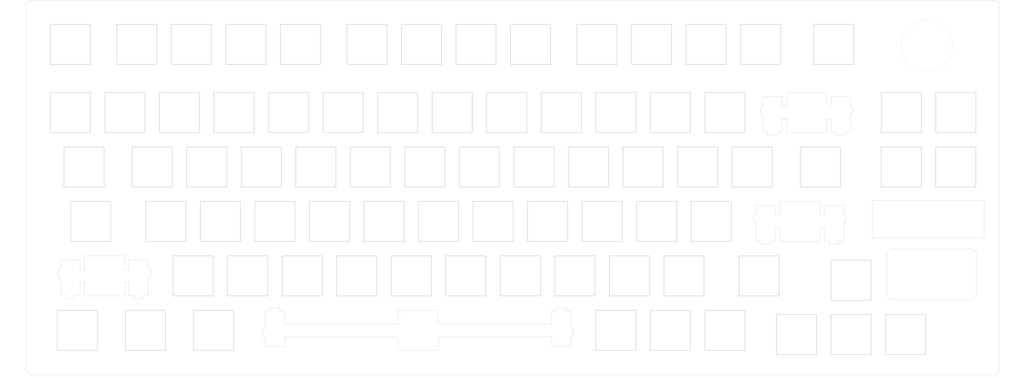
<source format=kicad_pcb>
(kicad_pcb (version 20221018) (generator pcbnew)
  (layers (0 "F.Cu" signal) (31 "B.Cu" signal) (34 "B.Paste" user) (35 "F.Paste" user) (36 "B.SilkS" user "B.Silkscreen") (37 "F.SilkS" user "F.Silkscreen") (38 "B.Mask" user) (39 "F.Mask" user) (44 "Edge.Cuts" user))
  (net 0 "")
  (footprint "" (layer "F.Cu") (at 237.9275 40.188)
    (fp_text reference "" (at 0 0) (layer "F.SilkS") (effects (font (size 1.27 1.27))))
    (fp_text value "" (at 0 0) (layer "F.SilkS") (effects (font (size 1.27 1.27))))
    (pad "" np_thru_hole circle (at 0 0) (size 2.2 2.2) (drill 2.2) (layers "F&B.Cu" "*.Mask"))
  )
  (footprint "MountingHole:MountingHole_2.2mm_M2_ISO7380" (layer "F.Cu") (at 237.9345 166.463)
    (fp_text reference "" (at 0 -2.75) (layer "F.SilkS"))
    (fp_text value "MountingHole_2.2mm_M2_ISO7380")
    (pad "" np_thru_hole circle (at 0 0) (size 2.2 2.2) (drill 2.2) (layers "F&B.Cu" "*.Mask"))
  )
  (footprint "MountingHole:MountingHole_2.2mm_M2_ISO7380" (layer "F.Cu") (at 304.2675 166.463)
    (fp_text reference "" hide)
    (fp_text value "MountingHole_2.2mm_M2_ISO7380")
    (pad "" np_thru_hole circle (at 0 0) (size 2.2 2.2) (drill 2.2) (layers "F&B.Cu" "*.Mask"))
  )
  (footprint "" (layer "F.Cu") (at 105.2615 40.188)
    (fp_text reference "" (at 0 0) (layer "F.SilkS") (effects (font (size 1.27 1.27))))
    (fp_text value "" (at 0 0) (layer "F.SilkS") (effects (font (size 1.27 1.27))))
    (pad "" np_thru_hole circle (at 0 0) (size 2.2 2.2) (drill 2.2) (layers "F&B.Cu" "*.Mask"))
  )
  (footprint "" (layer "F.Cu") (at 304.2605 40.188)
    (fp_text reference "" (at 0 0) (layer "F.SilkS") (effects (font (size 1.27 1.27))))
    (fp_text value "" (at 0 0) (layer "F.SilkS") (effects (font (size 1.27 1.27))))
    (pad "" np_thru_hole circle (at 0 0) (size 2.2 2.2) (drill 2.2) (layers "F&B.Cu" "*.Mask"))
  )
  (footprint "" (layer "F.Cu") (at 38.9285 40.188)
    (fp_text reference "" (at 0 0) (layer "F.SilkS") (effects (font (size 1.27 1.27))))
    (fp_text value "" (at 0 0) (layer "F.SilkS") (effects (font (size 1.27 1.27))))
    (pad "" np_thru_hole circle (at 0 0) (size 2.2 2.2) (drill 2.2) (layers "F&B.Cu" "*.Mask"))
  )
  (footprint "MountingHole:MountingHole_2.2mm_M2_ISO7380" (layer "F.Cu") (at 105.2685 166.463)
    (fp_text reference "" (at 0 -2.75) (layer "F.SilkS"))
    (fp_text value "MountingHole_2.2mm_M2_ISO7380")
    (pad "" np_thru_hole circle (at 0 0) (size 2.2 2.2) (drill 2.2) (layers "F&B.Cu" "*.Mask"))
  )
  (footprint "MountingHole:MountingHole_2.2mm_M2_ISO7380" (layer "F.Cu") (at 370.6005 166.463)
    (fp_text reference "" (at 0 -2.75) (layer "F.SilkS"))
    (fp_text value "MountingHole_2.2mm_M2_ISO7380")
    (pad "" np_thru_hole circle (at 0 0) (size 2.2 2.2) (drill 2.2) (layers "F&B.Cu" "*.Mask"))
  )
  (footprint "MountingHole:MountingHole_2.2mm_M2_ISO7380" (layer "F.Cu") (at 38.9355 166.463)
    (fp_text reference "REF**" hide)
    (fp_text value "MountingHole_2.2mm_M2_ISO7380")
    (pad "" np_thru_hole circle (at 0 0) (size 2.2 2.2) (drill 2.2) (layers "F&B.Cu" "*.Mask"))
  )
  (footprint "" (layer "F.Cu") (at 171.5945 40.188)
    (fp_text reference "" (at 0 0) (layer "F.SilkS") (effects (font (size 1.27 1.27))))
    (fp_text value "" (at 0 0) (layer "F.SilkS") (effects (font (size 1.27 1.27))))
    (pad "" np_thru_hole circle (at 0 0) (size 2.2 2.2) (drill 2.2) (layers "F&B.Cu" "*.Mask"))
  )
  (footprint "" (layer "F.Cu") (at 370.5935 40.188)
    (fp_text reference "" (at 0 0) (layer "F.SilkS") (effects (font (size 1.27 1.27))))
    (fp_text value "" (at 0 0) (layer "F.SilkS") (effects (font (size 1.27 1.27))))
    (pad "" np_thru_hole circle (at 0 0) (size 2.2 2.2) (drill 2.2) (layers "F&B.Cu" "*.Mask"))
  )
  (footprint "MountingHole:MountingHole_2.2mm_M2_ISO7380" (layer "F.Cu") (at 171.6015 166.463)
    (fp_text reference "" (at 0 -2.75) (layer "F.SilkS"))
    (fp_text value "MountingHole_2.2mm_M2_ISO7380")
    (pad "" np_thru_hole circle (at 0 0) (size 2.2 2.2) (drill 2.2) (layers "F&B.Cu" "*.Mask"))
  )
  (gr_line (start 320.577001 112.923) (end 320.577001 109.6928) (stroke (width 0.1)) (layer "Edge.Cuts"))
  (gr_line (start 125.33 146.55367) (end 123.605 146.55367) (stroke (width 0.1)) (layer "Edge.Cuts"))
  (gr_line (start 322.961001 77.6198) (end 323.787001 77.6198) (stroke (width 0.1)) (layer "Edge.Cuts"))
  (gr_line (start 290.028001 115.7218) (end 290.028001 121.9918) (stroke (width 0.1)) (layer "Edge.Cuts"))
  (gr_line (start 47.143001 134.7718) (end 47.143001 141.0418) (stroke (width 0.1)) (layer "Edge.Cuts"))
  (gr_line (start 123.605 145.3534) (end 120.304 145.3534) (stroke (width 0.1)) (layer "Edge.Cuts"))
  (gr_rect (start 333.721 70.123) (end 347.721 84.123) (stroke (width 0.2)) (fill none) (layer "Edge.Cuts"))
  (gr_rect (start 284.033 127.282) (end 298.033 141.282) (stroke (width 0.2)) (fill none) (layer "Edge.Cuts"))
  (gr_line (start 337.7025 142.6) (end 364.9475 142.6) (stroke (width 0.1)) (layer "Edge.Cuts"))
  (gr_line (start 312.302 108.2226) (end 298.302001 108.2226) (stroke (width 0.1)) (layer "Edge.Cuts"))
  (gr_rect (start 335.249 147.816) (end 349.249 161.816) (stroke (width 0.2)) (fill none) (layer "Edge.Cuts"))
  (gr_line (start 118.579 146.55367) (end 118.579 152.82374) (stroke (width 0.1)) (layer "Edge.Cuts"))
  (gr_line (start 218.5789 155.6225) (end 218.5789 158.8527) (stroke (width 0.1)) (layer "Edge.Cuts"))
  (gr_line (start 372.9555 168.833) (end 36.9555 168.833) (stroke (width 0.1)) (layer "Edge.Cuts"))
  (gr_line (start 52.167001 142.2421) (end 52.167001 141.0418) (stroke (width 0.1)) (layer "Edge.Cuts"))
  (gr_line (start 290.028001 112.923) (end 289.202001 112.923) (stroke (width 0.1)) (layer "Edge.Cuts"))
  (gr_line (start 118.579 155.6225) (end 118.579 158.8527) (stroke (width 0.1)) (layer "Edge.Cuts"))
  (gr_line (start 290.028001 121.9918) (end 291.753001 121.9918) (stroke (width 0.1)) (layer "Edge.Cuts"))
  (gr_line (start 55.417001 141.272) (end 69.417 141.272) (stroke (width 0.1)) (layer "Edge.Cuts"))
  (gr_rect (start 62.572 70.105) (end 76.572 84.105) (stroke (width 0.2)) (fill none) (layer "Edge.Cuts"))
  (gr_line (start 225.33 158.8527) (end 225.33 155.6225) (stroke (width 0.1)) (layer "Edge.Cuts"))
  (gr_arc (start 337.7025 142.6) (mid 336.288286 142.014214) (end 335.7025 140.6) (stroke (width 0.1)) (layer "Edge.Cuts"))
  (gr_line (start 53.893001 128.7428) (end 47.143001 128.7428) (stroke (width 0.1)) (layer "Edge.Cuts"))
  (gr_rect (start 305.463 89.179) (end 319.463 103.179) (stroke (width 0.2)) (fill none) (layer "Edge.Cuts"))
  (gr_line (start 164.954 146.32354) (end 164.954 151.02263) (stroke (width 0.1)) (layer "Edge.Cuts"))
  (gr_arc (start 335.7025 126.813) (mid 336.288286 125.398786) (end 337.7025 124.813) (stroke (width 0.1)) (layer "Edge.Cuts"))
  (gr_line (start 46.317001 131.973) (end 46.317001 134.7718) (stroke (width 0.1)) (layer "Edge.Cuts"))
  (gr_line (start 77.692001 134.7718) (end 78.518001 134.7718) (stroke (width 0.1)) (layer "Edge.Cuts"))
  (gr_rect (start 257.822 127.265) (end 271.822 141.265) (stroke (width 0.2)) (fill none) (layer "Edge.Cuts"))
  (gr_rect (start 238.772 127.265) (end 252.772 141.265) (stroke (width 0.2)) (fill none) (layer "Edge.Cuts"))
  (gr_rect (start 248.303 108.243) (end 262.303 122.243) (stroke (width 0.2)) (fill none) (layer "Edge.Cuts"))
  (gr_rect (start 166.141 46.332) (end 180.141 60.332) (stroke (width 0.2)) (fill none) (layer "Edge.Cuts"))
  (gr_line (start 313.828001 112.923) (end 312.302 112.923) (stroke (width 0.1)) (layer "Edge.Cuts"))
  (gr_line (start 296.778001 109.6928) (end 290.028001 109.6928) (stroke (width 0.1)) (layer "Edge.Cuts"))
  (gr_line (start 299.162001 83.8898) (end 299.162001 79.4209) (stroke (width 0.1)) (layer "Edge.Cuts"))
  (gr_line (start 77.692001 141.0418) (end 77.692001 134.7718) (stroke (width 0.1)) (layer "Edge.Cuts"))
  (gr_line (start 294.137001 83.8898) (end 294.137001 85.0901) (stroke (width 0.1)) (layer "Edge.Cuts"))
  (gr_line (start 78.518001 134.7718) (end 78.518001 131.973) (stroke (width 0.1)) (layer "Edge.Cuts"))
  (gr_rect (start 262.59 89.174) (end 276.59 103.174) (stroke (width 0.2)) (fill none) (layer "Edge.Cuts"))
  (gr_rect (start 272.105 146.337) (end 286.105 160.337) (stroke (width 0.2)) (fill none) (layer "Edge.Cuts"))
  (gr_line (start 120.304 146.55367) (end 118.579 146.55367) (stroke (width 0.1)) (layer "Edge.Cuts"))
  (gr_rect (start 162.572 127.265) (end 176.572 141.265) (stroke (width 0.2)) (fill none) (layer "Edge.Cuts"))
  (gr_rect (start 76.853 108.243) (end 90.853 122.243) (stroke (width 0.2)) (fill none) (layer "Edge.Cuts"))
  (gr_line (start 125.33 155.6225) (end 164.954 155.6225) (stroke (width 0.1)) (layer "Edge.Cuts"))
  (gr_line (start 289.202001 112.923) (end 289.202001 115.7218) (stroke (width 0.1)) (layer "Edge.Cuts"))
  (gr_rect (start 129.24 89.174) (end 143.24 103.174) (stroke (width 0.2)) (fill none) (layer "Edge.Cuts"))
  (gr_line (start 316.212001 71.5908) (end 316.212001 74.821) (stroke (width 0.1)) (layer "Edge.Cuts"))
  (gr_line (start 290.028001 109.6928) (end 290.028001 112.923) (stroke (width 0.1)) (layer "Edge.Cuts"))
  (gr_line (start 295.052001 123.1921) (end 295.052001 121.9918) (stroke (width 0.1)) (layer "Edge.Cuts"))
  (gr_rect (start 316.2 147.817) (end 330.2 161.817) (stroke (width 0.2)) (fill none) (layer "Edge.Cuts"))
  (gr_line (start 69.417 127.2726) (end 55.417001 127.2726) (stroke (width 0.1)) (layer "Edge.Cuts"))
  (gr_line (start 315.553001 121.9918) (end 315.553001 123.1921) (stroke (width 0.1)) (layer "Edge.Cuts"))
  (gr_line (start 226.1541 155.6225) (end 226.1541 152.82374) (stroke (width 0.1)) (layer "Edge.Cuts"))
  (gr_rect (start 219.722 127.265) (end 233.722 141.265) (stroke (width 0.2)) (fill none) (layer "Edge.Cuts"))
  (gr_line (start 296.778001 112.923) (end 296.778001 109.6928) (stroke (width 0.1)) (layer "Edge.Cuts"))
  (gr_rect (start 119.722 70.105) (end 133.722 84.105) (stroke (width 0.2)) (fill none) (layer "Edge.Cuts"))
  (gr_rect (start 246.502 46.345) (end 260.502 60.345) (stroke (width 0.2)) (fill none) (layer "Edge.Cuts"))
  (gr_rect (start 316.199 128.781) (end 330.199 142.781) (stroke (width 0.2)) (fill none) (layer "Edge.Cuts"))
  (gr_arc (start 366.9475 140.6) (mid 366.361714 142.014214) (end 364.9475 142.6) (stroke (width 0.1)) (layer "Edge.Cuts"))
  (gr_line (start 48.868001 142.2421) (end 52.167001 142.2421) (stroke (width 0.1)) (layer "Edge.Cuts"))
  (gr_line (start 291.586001 77.6198) (end 292.412001 77.6198) (stroke (width 0.1)) (layer "Edge.Cuts"))
  (gr_rect (start 153.053 108.243) (end 167.053 122.243) (stroke (width 0.2)) (fill none) (layer "Edge.Cuts"))
  (gr_line (start 313.828001 117.5229) (end 313.828001 121.9918) (stroke (width 0.1)) (layer "Edge.Cuts"))
  (gr_rect (start 66.716 46.351) (end 80.716 60.351) (stroke (width 0.2)) (fill none) (layer "Edge.Cuts"))
  (gr_line (start 322.961001 71.5908) (end 316.212001 71.5908) (stroke (width 0.1)) (layer "Edge.Cuts"))
  (gr_line (start 318.852001 123.1921) (end 318.852001 121.9918) (stroke (width 0.1)) (layer "Edge.Cuts"))
  (gr_line (start 70.943001 141.0418) (end 72.668001 141.0418) (stroke (width 0.1)) (layer "Edge.Cuts"))
  (gr_line (start 292.412001 71.5908) (end 292.412001 74.821) (stroke (width 0.1)) (layer "Edge.Cuts"))
  (gr_line (start 164.954 160.323) (end 178.955 160.323) (stroke (width 0.1)) (layer "Edge.Cuts"))
  (gr_line (start 369.632 107.857) (end 369.632 120.957) (stroke (width 0.1)) (layer "Edge.Cuts"))
  (gr_line (start 69.417 131.973) (end 69.417 127.2726) (stroke (width 0.1)) (layer "Edge.Cuts"))
  (gr_line (start 118.579 152.82374) (end 117.755 152.82374) (stroke (width 0.1)) (layer "Edge.Cuts"))
  (gr_line (start 53.893001 131.973) (end 53.893001 128.7428) (stroke (width 0.1)) (layer "Edge.Cuts"))
  (gr_line (start 312.302 122.222) (end 312.302 117.5229) (stroke (width 0.1)) (layer "Edge.Cuts"))
  (gr_line (start 314.686 74.821) (end 314.686 70.1206) (stroke (width 0.1)) (layer "Edge.Cuts"))
  (gr_line (start 291.586001 74.821) (end 291.586001 77.6198) (stroke (width 0.1)) (layer "Edge.Cuts"))
  (gr_rect (start 148.29 89.174) (end 162.29 103.174) (stroke (width 0.2)) (fill none) (layer "Edge.Cuts"))
  (gr_line (start 317.937001 83.8898) (end 317.937001 85.0901) (stroke (width 0.1)) (layer "Edge.Cuts"))
  (gr_line (start 225.33 152.82374) (end 225.33 146.55367) (stroke (width 0.1)) (layer "Edge.Cuts"))
  (gr_line (start 369.632 120.957) (end 330.655 120.957) (stroke (width 0.1)) (layer "Edge.Cuts"))
  (gr_line (start 164.954 155.6225) (end 164.954 160.323) (stroke (width 0.1)) (layer "Edge.Cuts"))
  (gr_line (start 317.937001 85.0901) (end 321.236001 85.0901) (stroke (width 0.1)) (layer "Edge.Cuts"))
  (gr_rect (start 195.922 70.105) (end 209.922 84.105) (stroke (width 0.2)) (fill none) (layer "Edge.Cuts"))
  (gr_rect (start 110.19 89.174) (end 124.19 103.174) (stroke (width 0.2)) (fill none) (layer "Edge.Cuts"))
  (gr_line (start 223.605 146.55367) (end 223.605 145.3534) (stroke (width 0.1)) (layer "Edge.Cuts"))
  (gr_line (start 47.143001 131.973) (end 46.317001 131.973) (stroke (width 0.1)) (layer "Edge.Cuts"))
  (gr_line (start 69.417 136.5729) (end 70.943001 136.5729) (stroke (width 0.1)) (layer "Edge.Cuts"))
  (gr_line (start 77.692001 128.7428) (end 70.943001 128.7428) (stroke (width 0.1)) (layer "Edge.Cuts"))
  (gr_rect (start 229.253 108.243) (end 243.253 122.243) (stroke (width 0.2)) (fill none) (layer "Edge.Cuts"))
  (gr_line (start 299.162001 71.5908) (end 292.412001 71.5908) (stroke (width 0.1)) (layer "Edge.Cuts"))
  (gr_line (start 117.755 155.6225) (end 118.579 155.6225) (stroke (width 0.1)) (layer "Edge.Cuts"))
  (gr_line (start 220.3044 146.55367) (end 218.5789 146.55367) (stroke (width 0.1)) (layer "Edge.Cuts"))
  (gr_line (start 178.955 155.6225) (end 218.5789 155.6225) (stroke (width 0.1)) (layer "Edge.Cuts"))
  (gr_line (start 314.686 84.12) (end 314.686 79.4209) (stroke (width 0.1)) (layer "Edge.Cuts"))
  (gr_line (start 295.052001 121.9918) (end 296.778001 121.9918) (stroke (width 0.1)) (layer "Edge.Cuts"))
  (gr_line (start 178.955 146.32354) (end 164.954 146.32354) (stroke (width 0.1)) (layer "Edge.Cuts"))
  (gr_line (start 78.518001 131.973) (end 77.692001 131.973) (stroke (width 0.1)) (layer "Edge.Cuts"))
  (gr_rect (start 134.003 108.243) (end 148.003 122.243) (stroke (width 0.2)) (fill none) (layer "Edge.Cuts"))
  (gr_rect (start 297.141 147.823) (end 311.141 161.823) (stroke (width 0.2)) (fill none) (layer "Edge.Cuts"))
  (gr_line (start 299.162001 74.821) (end 299.162001 71.5908) (stroke (width 0.1)) (layer "Edge.Cuts"))
  (gr_arc (start 364.9475 124.813) (mid 366.361714 125.398786) (end 366.9475 126.813) (stroke (width 0.1)) (layer "Edge.Cuts"))
  (gr_line (start 330.655 107.857) (end 369.632 107.857) (stroke (width 0.1)) (layer "Edge.Cuts"))
  (gr_rect (start 186.39 89.174) (end 200.39 103.174) (stroke (width 0.2)) (fill none) (layer "Edge.Cuts"))
  (gr_line (start 300.686001 70.1206) (end 300.686001 74.821) (stroke (width 0.1)) (layer "Edge.Cuts"))
  (gr_rect (start 114.953 108.243) (end 128.953 122.243) (stroke (width 0.2)) (fill none) (layer "Edge.Cuts"))
  (gr_line (start 125.33 151.02263) (end 125.33 146.55367) (stroke (width 0.1)) (layer "Edge.Cuts"))
  (gr_line (start 320.577001 121.9918) (end 320.577001 115.7218) (stroke (width 0.1)) (layer "Edge.Cuts"))
  (gr_line (start 323.787001 77.6198) (end 323.787001 74.821) (stroke (width 0.1)) (layer "Edge.Cuts"))
  (gr_rect (start 104.816 46.351) (end 118.816 60.351) (stroke (width 0.2)) (fill none) (layer "Edge.Cuts"))
  (gr_rect (start 91.14 89.174) (end 105.14 103.174) (stroke (width 0.2)) (fill none) (layer "Edge.Cuts"))
  (gr_line (start 374.9555 39.833) (end 374.9555 166.833) (stroke (width 0.1)) (layer "Edge.Cuts"))
  (gr_arc (start 36.9555 168.833) (mid 35.541286 168.247214) (end 34.9555 166.833) (stroke (width 0.1)) (layer "Edge.Cuts"))
  (gr_line (start 220.3044 145.3534) (end 220.3044 146.55367) (stroke (width 0.1)) (layer "Edge.Cuts"))
  (gr_rect (start 43.47 46.343) (end 57.47 60.343) (stroke (width 0.2)) (fill none) (layer "Edge.Cuts"))
  (gr_rect (start 124.472 127.265) (end 138.472 141.265) (stroke (width 0.2)) (fill none) (layer "Edge.Cuts"))
  (gr_line (start 297.436001 83.8898) (end 299.162001 83.8898) (stroke (width 0.1)) (layer "Edge.Cuts"))
  (gr_line (start 53.893001 136.5729) (end 55.417001 136.5729) (stroke (width 0.1)) (layer "Edge.Cuts"))
  (gr_line (start 292.412001 74.821) (end 291.586001 74.821) (stroke (width 0.1)) (layer "Edge.Cuts"))
  (gr_line (start 292.412001 83.8898) (end 294.137001 83.8898) (stroke (width 0.1)) (layer "Edge.Cuts"))
  (gr_rect (start 93.522 146.327) (end 107.522 160.327) (stroke (width 0.2)) (fill none) (layer "Edge.Cuts"))
  (gr_rect (start 333.711 89.176) (end 347.711 103.176) (stroke (width 0.2)) (fill none) (layer "Edge.Cuts"))
  (gr_rect (start 123.866 46.351) (end 137.866 60.351) (stroke (width 0.2)) (fill none) (layer "Edge.Cuts"))
  (gr_line (start 298.302001 117.5229) (end 298.302001 122.222) (stroke (width 0.1)) (layer "Edge.Cuts"))
  (gr_line (start 120.304 145.3534) (end 120.304 146.55367) (stroke (width 0.1)) (layer "Edge.Cuts"))
  (gr_line (start 300.686001 79.4209) (end 300.686001 84.12) (stroke (width 0.1)) (layer "Edge.Cuts"))
  (gr_rect (start 85.766 46.351) (end 99.766 60.351) (stroke (width 0.2)) (fill none) (layer "Edge.Cuts"))
  (gr_line (start 291.753001 121.9918) (end 291.753001 123.1921) (stroke (width 0.1)) (layer "Edge.Cuts"))
  (gr_circle (center 349.66 53.914) (end 356.024 60.278) (stroke (width 0.05)) (fill none) (layer "Edge.Cuts"))
  (gr_line (start 226.1541 152.82374) (end 225.33 152.82374) (stroke (width 0.1)) (layer "Edge.Cuts"))
  (gr_rect (start 210.203 108.243) (end 224.203 122.243) (stroke (width 0.2)) (fill none) (layer "Edge.Cuts"))
  (gr_line (start 312.302 112.923) (end 312.302 108.2226) (stroke (width 0.1)) (layer "Edge.Cuts"))
  (gr_line (start 289.202001 115.7218) (end 290.028001 115.7218) (stroke (width 0.1)) (layer "Edge.Cuts"))
  (gr_rect (start 265.552 46.345) (end 279.552 60.345) (stroke (width 0.2)) (fill none) (layer "Edge.Cuts"))
  (gr_line (start 320.577001 109.6928) (end 313.828001 109.6928) (stroke (width 0.1)) (layer "Edge.Cuts"))
  (gr_line (start 70.943001 136.5729) (end 70.943001 141.0418) (stroke (width 0.1)) (layer "Edge.Cuts"))
  (gr_line (start 55.417001 136.5729) (end 55.417001 141.272) (stroke (width 0.1)) (layer "Edge.Cuts"))
  (gr_line (start 178.955 160.323) (end 178.955 155.6225) (stroke (width 0.1)) (layer "Edge.Cuts"))
  (gr_line (start 321.403001 115.7218) (end 321.403001 112.923) (stroke (width 0.1)) (layer "Edge.Cuts"))
  (gr_line (start 321.236001 83.8898) (end 322.961001 83.8898) (stroke (width 0.1)) (layer "Edge.Cuts"))
  (gr_line (start 36.9555 37.833) (end 372.9555 37.833) (stroke (width 0.1)) (layer "Edge.Cuts"))
  (gr_line (start 291.753001 123.1921) (end 295.052001 123.1921) (stroke (width 0.1)) (layer "Edge.Cuts"))
  (gr_rect (start 234.005 146.337) (end 248.005 160.337) (stroke (width 0.2)) (fill none) (layer "Edge.Cuts"))
  (gr_rect (start 272.122 70.105) (end 286.122 84.105) (stroke (width 0.2)) (fill none) (layer "Edge.Cuts"))
  (gr_arc (start 34.9555 39.833) (mid 35.541286 38.418786) (end 36.9555 37.833) (stroke (width 0.1)) (layer "Edge.Cuts"))
  (gr_rect (start 143.522 127.265) (end 157.522 141.265) (stroke (width 0.2)) (fill none) (layer "Edge.Cuts"))
  (gr_line (start 320.577001 115.7218) (end 321.403001 115.7218) (stroke (width 0.1)) (layer "Edge.Cuts"))
  (gr_arc (start 374.9555 166.833) (mid 374.369714 168.247214) (end 372.9555 168.833) (stroke (width 0.1)) (layer "Edge.Cuts"))
  (gr_rect (start 204.241 46.332) (end 218.241 60.332) (stroke (width 0.2)) (fill none) (layer "Edge.Cuts"))
  (gr_line (start 321.403001 112.923) (end 320.577001 112.923) (stroke (width 0.1)) (layer "Edge.Cuts"))
  (gr_line (start 292.412001 77.6198) (end 292.412001 83.8898) (stroke (width 0.1)) (layer "Edge.Cuts"))
  (gr_line (start 218.5789 146.55367) (end 218.5789 151.02263) (stroke (width 0.1)) (layer "Edge.Cuts"))
  (gr_line (start 46.317001 134.7718) (end 47.143001 134.7718) (stroke (width 0.1)) (layer "Edge.Cuts"))
  (gr_rect (start 224.49 89.174) (end 238.49 103.174) (stroke (width 0.2)) (fill none) (layer "Edge.Cuts"))
  (gr_rect (start 352.771 70.123) (end 366.771 84.123) (stroke (width 0.2)) (fill none) (layer "Edge.Cuts"))
  (gr_rect (start 227.452 46.345) (end 241.452 60.345) (stroke (width 0.2)) (fill none) (layer "Edge.Cuts"))
  (gr_line (start 322.961001 83.8898) (end 322.961001 77.6198) (stroke (width 0.1)) (layer "Edge.Cuts"))
  (gr_rect (start 69.701 146.32) (end 83.701 160.32) (stroke (width 0.2)) (fill none) (layer "Edge.Cuts"))
  (gr_rect (start 243.54 89.174) (end 257.54 103.174) (stroke (width 0.2)) (fill none) (layer "Edge.Cuts"))
  (gr_rect (start 200.672 127.265) (end 214.672 141.265) (stroke (width 0.2)) (fill none) (layer "Edge.Cuts"))
  (gr_line (start 322.961001 74.821) (end 322.961001 71.5908) (stroke (width 0.1)) (layer "Edge.Cuts"))
  (gr_line (start 178.955 151.02263) (end 178.955 146.32354) (stroke (width 0.1)) (layer "Edge.Cuts"))
  (gr_rect (start 310.202 46.296) (end 324.202 60.296) (stroke (width 0.2)) (fill none) (layer "Edge.Cuts"))
  (gr_line (start 225.33 146.55367) (end 223.605 146.55367) (stroke (width 0.1)) (layer "Edge.Cuts"))
  (gr_line (start 225.33 155.6225) (end 226.1541 155.6225) (stroke (width 0.1)) (layer "Edge.Cuts"))
  (gr_rect (start 176.872 70.105) (end 190.872 84.105) (stroke (width 0.2)) (fill none) (layer "Edge.Cuts"))
  (gr_line (start 314.686 70.1206) (end 300.686001 70.1206) (stroke (width 0.1)) (layer "Edge.Cuts"))
  (gr_line (start 300.686001 84.12) (end 314.686 84.12) (stroke (width 0.1)) (layer "Edge.Cuts"))
  (gr_rect (start 50.647 108.229) (end 64.647 122.229) (stroke (width 0.2)) (fill none) (layer "Edge.Cuts"))
  (gr_rect (start 181.622 127.265) (end 195.622 141.265) (stroke (width 0.2)) (fill none) (layer "Edge.Cuts"))
  (gr_line (start 70.943001 131.973) (end 69.417 131.973) (stroke (width 0.1)) (layer "Edge.Cuts"))
  (gr_line (start 316.212001 74.821) (end 314.686 74.821) (stroke (width 0.1)) (layer "Edge.Cuts"))
  (gr_line (start 72.668001 142.2421) (end 75.967001 142.2421) (stroke (width 0.1)) (layer "Edge.Cuts"))
  (gr_line (start 52.167001 141.0418) (end 53.893001 141.0418) (stroke (width 0.1)) (layer "Edge.Cuts"))
  (gr_line (start 313.828001 121.9918) (end 315.553001 121.9918) (stroke (width 0.1)) (layer "Edge.Cuts"))
  (gr_line (start 364.9475 124.813) (end 337.7025 124.813) (stroke (width 0.1)) (layer "Edge.Cuts"))
  (gr_line (start 55.417001 127.2726) (end 55.417001 131.973) (stroke (width 0.1)) (layer "Edge.Cuts"))
  (gr_rect (start 100.672 70.105) (end 114.672 84.105) (stroke (width 0.2)) (fill none) (layer "Edge.Cuts"))
  (gr_line (start 315.553001 123.1921) (end 318.852001 123.1921) (stroke (width 0.1)) (layer "Edge.Cuts"))
  (gr_rect (start 157.822 70.105) (end 171.822 84.105) (stroke (width 0.2)) (fill none) (layer "Edge.Cuts"))
  (gr_line (start 75.967001 142.2421) (end 75.967001 141.0418) (stroke (width 0.1)) (layer "Edge.Cuts"))
  (gr_rect (start 267.353 108.243) (end 281.353 122.243) (stroke (width 0.2)) (fill none) (layer "Edge.Cuts"))
  (gr_line (start 53.893001 141.0418) (end 53.893001 136.5729) (stroke (width 0.1)) (layer "Edge.Cuts"))
  (gr_line (start 72.668001 141.0418) (end 72.668001 142.2421) (stroke (width 0.1)) (layer "Edge.Cuts"))
  (gr_line (start 298.302001 112.923) (end 296.778001 112.923) (stroke (width 0.1)) (layer "Edge.Cuts"))
  (gr_line (start 323.787001 74.821) (end 322.961001 74.821) (stroke (width 0.1)) (layer "Edge.Cuts"))
  (gr_line (start 316.212001 83.8898) (end 317.937001 83.8898) (stroke (width 0.1)) (layer "Edge.Cuts"))
  (gr_line (start 296.778001 117.5229) (end 298.302001 117.5229) (stroke (width 0.1)) (layer "Edge.Cuts"))
  (gr_line (start 298.302001 122.222) (end 312.302 122.222) (stroke (width 0.1)) (layer "Edge.Cuts"))
  (gr_line (start 299.162001 79.4209) (end 300.686001 79.4209) (stroke (width 0.1)) (layer "Edge.Cuts"))
  (gr_rect (start 172.103 108.243) (end 186.103 122.243) (stroke (width 0.2)) (fill none) (layer "Edge.Cuts"))
  (gr_line (start 125.33 158.8527) (end 125.33 155.6225) (stroke (width 0.1)) (layer "Edge.Cuts"))
  (gr_line (start 117.755 152.82374) (end 117.755 155.6225) (stroke (width 0.1)) (layer "Edge.Cuts"))
  (gr_line (start 316.212001 79.4209) (end 316.212001 83.8898) (stroke (width 0.1)) (layer "Edge.Cuts"))
  (gr_line (start 34.9555 39.833) (end 34.9555 166.833) (stroke (width 0.1)) (layer "Edge.Cuts"))
  (gr_line (start 330.655 120.957) (end 330.655 107.857) (stroke (width 0.1)) (layer "Edge.Cuts"))
  (gr_rect (start 191.153 108.243) (end 205.153 122.243) (stroke (width 0.2)) (fill none) (layer "Edge.Cuts"))
  (gr_line (start 47.143001 128.7428) (end 47.143001 131.973) (stroke (width 0.1)) (layer "Edge.Cuts"))
  (gr_rect (start 185.191 46.332) (end 199.191 60.332) (stroke (width 0.2)) (fill none) (layer "Edge.Cuts"))
  (gr_line (start 55.417001 131.973) (end 53.893001 131.973) (stroke (width 0.1)) (layer "Edge.Cuts"))
  (gr_line (start 164.954 151.02263) (end 125.33 151.02263) (stroke (width 0.1)) (layer "Edge.Cuts"))
  (gr_rect (start 167.34 89.174) (end 181.34 103.174) (stroke (width 0.2)) (fill none) (layer "Edge.Cuts"))
  (gr_rect (start 281.64 89.174) (end 295.64 103.174) (stroke (width 0.2)) (fill none) (layer "Edge.Cuts"))
  (gr_rect (start 48.287 89.184) (end 62.287 103.184) (stroke (width 0.2)) (fill none) (layer "Edge.Cuts"))
  (gr_line (start 314.686 79.4209) (end 316.212001 79.4209) (stroke (width 0.1)) (layer "Edge.Cuts"))
  (gr_line (start 313.828001 109.6928) (end 313.828001 112.923) (stroke (width 0.1)) (layer "Edge.Cuts"))
  (gr_line (start 223.605 145.3534) (end 220.3044 145.3534) (stroke (width 0.1)) (layer "Edge.Cuts"))
  (gr_line (start 296.778001 121.9918) (end 296.778001 117.5229) (stroke (width 0.1)) (layer "Edge.Cuts"))
  (gr_line (start 70.943001 128.7428) (end 70.943001 131.973) (stroke (width 0.1)) (layer "Edge.Cuts"))
  (gr_line (start 218.5789 158.8527) (end 225.33 158.8527) (stroke (width 0.1)) (layer "Edge.Cuts"))
  (gr_rect (start 43.522 70.105) (end 57.522 84.105) (stroke (width 0.2)) (fill none) (layer "Edge.Cuts"))
  (gr_line (start 294.137001 85.0901) (end 297.436001 85.0901) (stroke (width 0.1)) (layer "Edge.Cuts"))
  (gr_line (start 300.686001 74.821) (end 299.162001 74.821) (stroke (width 0.1)) (layer "Edge.Cuts"))
  (gr_line (start 77.692001 131.973) (end 77.692001 128.7428) (stroke (width 0.1)) (layer "Edge.Cuts"))
  (gr_rect (start 72.09 89.174) (end 86.09 103.174) (stroke (width 0.2)) (fill none) (layer "Edge.Cuts"))
  (gr_line (start 69.417 141.272) (end 69.417 136.5729) (stroke (width 0.1)) (layer "Edge.Cuts"))
  (gr_rect (start 86.372 127.265) (end 100.372 141.265) (stroke (width 0.2)) (fill none) (layer "Edge.Cuts"))
  (gr_rect (start 105.422 127.265) (end 119.422 141.265) (stroke (width 0.2)) (fill none) (layer "Edge.Cuts"))
  (gr_line (start 335.7025 126.813) (end 335.7025 140.6) (stroke (width 0.1)) (layer "Edge.Cuts"))
  (gr_line (start 123.605 146.55367) (end 123.605 145.3534) (stroke (width 0.1)) (layer "Edge.Cuts"))
  (gr_rect (start 214.972 70.105) (end 228.972 84.105) (stroke (width 0.2)) (fill none) (layer "Edge.Cuts"))
  (gr_rect (start 284.602 46.345) (end 298.602 60.345) (stroke (width 0.2)) (fill none) (layer "Edge.Cuts"))
  (gr_line (start 218.5789 151.02263) (end 178.955 151.02263) (stroke (width 0.1)) (layer "Edge.Cuts"))
  (gr_rect (start 45.903 146.326) (end 59.903 160.326) (stroke (width 0.2)) (fill none) (layer "Edge.Cuts"))
  (gr_line (start 118.579 158.8527) (end 125.33 158.8527) (stroke (width 0.1)) (layer "Edge.Cuts"))
  (gr_line (start 47.143001 141.0418) (end 48.868001 141.0418) (stroke (width 0.1)) (layer "Edge.Cuts"))
  (gr_line (start 312.302 117.5229) (end 313.828001 117.5229) (stroke (width 0.1)) (layer "Edge.Cuts"))
  (gr_rect (start 234.022 70.105) (end 248.022 84.105) (stroke (width 0.2)) (fill none) (layer "Edge.Cuts"))
  (gr_rect (start 138.772 70.105) (end 152.772 84.105) (stroke (width 0.2)) (fill none) (layer "Edge.Cuts"))
  (gr_rect (start 253.055 146.337) (end 267.055 160.337) (stroke (width 0.2)) (fill none) (layer "Edge.Cuts"))
  (gr_rect (start 253.072 70.105) (end 267.072 84.105) (stroke (width 0.2)) (fill none) (layer "Edge.Cuts"))
  (gr_rect (start 352.761 89.176) (end 366.761 103.176) (stroke (width 0.2)) (fill none) (layer "Edge.Cuts"))
  (gr_line (start 366.9475 140.6) (end 366.9475 126.813) (stroke (width 0.1)) (layer "Edge.Cuts"))
  (gr_line (start 48.868001 141.0418) (end 48.868001 142.2421) (stroke (width 0.1)) (layer "Edge.Cuts"))
  (gr_rect (start 95.903 108.243) (end 109.903 122.243) (stroke (width 0.2)) (fill none) (layer "Edge.Cuts"))
  (gr_line (start 75.967001 141.0418) (end 77.692001 141.0418) (stroke (width 0.1)) (layer "Edge.Cuts"))
  (gr_rect (start 205.44 89.174) (end 219.44 103.174) (stroke (width 0.2)) (fill none) (layer "Edge.Cuts"))
  (gr_rect (start 81.622 70.105) (end 95.622 84.105) (stroke (width 0.2)) (fill none) (layer "Edge.Cuts"))
  (gr_line (start 318.852001 121.9918) (end 320.577001 121.9918) (stroke (width 0.1)) (layer "Edge.Cuts"))
  (gr_rect (start 147.091 46.332) (end 161.091 60.332) (stroke (width 0.2)) (fill none) (layer "Edge.Cuts"))
  (gr_line (start 321.236001 85.0901) (end 321.236001 83.8898) (stroke (width 0.1)) (layer "Edge.Cuts"))
  (gr_arc (start 372.9555 37.833) (mid 374.369714 38.418786) (end 374.9555 39.833) (stroke (width 0.1)) (layer "Edge.Cuts"))
  (gr_line (start 297.436001 85.0901) (end 297.436001 83.8898) (stroke (width 0.1)) (layer "Edge.Cuts"))
  (gr_line (start 298.302001 108.2226) (end 298.302001 112.923) (stroke (width 0.1)) (layer "Edge.Cuts"))
)
</source>
